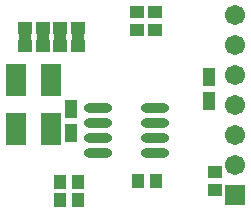
<source format=gbs>
G04 Layer_Color=16711935*
%FSLAX44Y44*%
%MOMM*%
G71*
G01*
G75*
%ADD31O,2.4032X0.8032*%
%ADD36R,1.0922X1.2192*%
%ADD37R,1.1032X1.5032*%
%ADD39C,1.7032*%
%ADD40R,1.7032X1.7032*%
%ADD41R,1.2192X1.0922*%
%ADD42R,1.7032X2.8032*%
G36*
X318830Y397460D02*
X308670D01*
Y402540D01*
X318830D01*
Y397460D01*
D02*
G37*
G36*
X303830D02*
X293670D01*
Y402540D01*
X303830D01*
Y397460D01*
D02*
G37*
G36*
X288830D02*
X278670D01*
Y402540D01*
X288830D01*
Y397460D01*
D02*
G37*
G36*
X273830D02*
X263670D01*
Y402540D01*
X273830D01*
Y397460D01*
D02*
G37*
D31*
X330600Y302260D02*
D03*
Y314960D02*
D03*
Y327660D02*
D03*
Y340360D02*
D03*
X378600Y302260D02*
D03*
Y314960D02*
D03*
Y327660D02*
D03*
Y340360D02*
D03*
D36*
X313870Y262500D02*
D03*
X298630D02*
D03*
Y277500D02*
D03*
X313870D02*
D03*
X364490Y278130D02*
D03*
X379730D02*
D03*
D37*
X307960Y338930D02*
D03*
Y318930D02*
D03*
X425000Y366250D02*
D03*
Y346250D02*
D03*
D39*
X447040Y317500D02*
D03*
Y292100D02*
D03*
Y342900D02*
D03*
Y368300D02*
D03*
Y393700D02*
D03*
Y419100D02*
D03*
D40*
Y266700D02*
D03*
D41*
X268750Y407620D02*
D03*
Y392380D02*
D03*
X313750D02*
D03*
Y407620D02*
D03*
X283750D02*
D03*
Y392380D02*
D03*
X298750D02*
D03*
Y407620D02*
D03*
X430000Y271130D02*
D03*
Y286370D02*
D03*
X363750Y421370D02*
D03*
Y406130D02*
D03*
X378750D02*
D03*
Y421370D02*
D03*
D42*
X291250Y363750D02*
D03*
X261250D02*
D03*
Y322000D02*
D03*
X291250D02*
D03*
M02*

</source>
